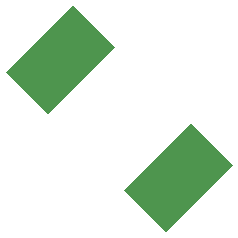
<source format=gbr>
G04 #@! TF.FileFunction,Paste,Bot*
%FSLAX46Y46*%
G04 Gerber Fmt 4.6, Leading zero omitted, Abs format (unit mm)*
G04 Created by KiCad (PCBNEW 4.0.6) date 12/04/17 20:42:47*
%MOMM*%
%LPD*%
G01*
G04 APERTURE LIST*
%ADD10C,0.050000*%
G04 APERTURE END LIST*
D10*
G36*
X98939340Y-124596194D02*
X95403806Y-121060660D01*
X101060660Y-115403806D01*
X104596194Y-118939340D01*
X98939340Y-124596194D01*
X98939340Y-124596194D01*
G37*
G36*
X108939340Y-134596194D02*
X105403806Y-131060660D01*
X111060660Y-125403806D01*
X114596194Y-128939340D01*
X108939340Y-134596194D01*
X108939340Y-134596194D01*
G37*
M02*

</source>
